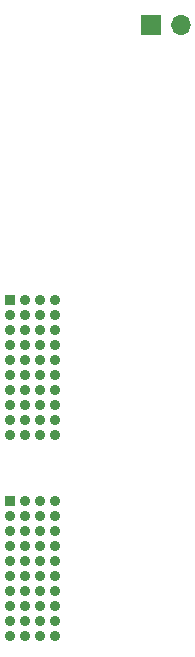
<source format=gbr>
%TF.GenerationSoftware,KiCad,Pcbnew,(6.0.0)*%
%TF.CreationDate,2022-09-09T09:06:15-04:00*%
%TF.ProjectId,eib-neuronexus-a64,6569622d-6e65-4757-926f-6e657875732d,A*%
%TF.SameCoordinates,Original*%
%TF.FileFunction,Soldermask,Bot*%
%TF.FilePolarity,Negative*%
%FSLAX46Y46*%
G04 Gerber Fmt 4.6, Leading zero omitted, Abs format (unit mm)*
G04 Created by KiCad (PCBNEW (6.0.0)) date 2022-09-09 09:06:15*
%MOMM*%
%LPD*%
G01*
G04 APERTURE LIST*
%ADD10R,1.700000X1.700000*%
%ADD11O,1.700000X1.700000*%
%ADD12R,0.910000X0.910000*%
%ADD13C,0.910000*%
G04 APERTURE END LIST*
D10*
%TO.C,J4*%
X147000000Y-75000000D03*
D11*
X149540000Y-75000000D03*
%TD*%
D12*
%TO.C,J2*%
X135095000Y-98285000D03*
D13*
X135095000Y-99555000D03*
X135095000Y-100825000D03*
X135095000Y-102095000D03*
X135095000Y-103365000D03*
X135095000Y-104635000D03*
X135095000Y-105905000D03*
X135095000Y-107175000D03*
X135095000Y-108445000D03*
X135095000Y-109715000D03*
X136365000Y-98285000D03*
X136365000Y-99555000D03*
X136365000Y-100825000D03*
X136365000Y-102095000D03*
X136365000Y-103365000D03*
X136365000Y-104635000D03*
X136365000Y-105905000D03*
X136365000Y-107175000D03*
X136365000Y-108445000D03*
X136365000Y-109715000D03*
X137635000Y-98285000D03*
X137635000Y-99555000D03*
X137635000Y-100825000D03*
X137635000Y-102095000D03*
X137635000Y-103365000D03*
X137635000Y-104635000D03*
X137635000Y-105905000D03*
X137635000Y-107175000D03*
X137635000Y-108445000D03*
X137635000Y-109715000D03*
X138905000Y-98285000D03*
X138905000Y-99555000D03*
X138905000Y-100825000D03*
X138905000Y-102095000D03*
X138905000Y-103365000D03*
X138905000Y-104635000D03*
X138905000Y-105905000D03*
X138905000Y-107175000D03*
X138905000Y-108445000D03*
X138905000Y-109715000D03*
%TD*%
D12*
%TO.C,J1*%
X135095000Y-115285000D03*
D13*
X135095000Y-116555000D03*
X135095000Y-117825000D03*
X135095000Y-119095000D03*
X135095000Y-120365000D03*
X135095000Y-121635000D03*
X135095000Y-122905000D03*
X135095000Y-124175000D03*
X135095000Y-125445000D03*
X135095000Y-126715000D03*
X136365000Y-115285000D03*
X136365000Y-116555000D03*
X136365000Y-117825000D03*
X136365000Y-119095000D03*
X136365000Y-120365000D03*
X136365000Y-121635000D03*
X136365000Y-122905000D03*
X136365000Y-124175000D03*
X136365000Y-125445000D03*
X136365000Y-126715000D03*
X137635000Y-115285000D03*
X137635000Y-116555000D03*
X137635000Y-117825000D03*
X137635000Y-119095000D03*
X137635000Y-120365000D03*
X137635000Y-121635000D03*
X137635000Y-122905000D03*
X137635000Y-124175000D03*
X137635000Y-125445000D03*
X137635000Y-126715000D03*
X138905000Y-115285000D03*
X138905000Y-116555000D03*
X138905000Y-117825000D03*
X138905000Y-119095000D03*
X138905000Y-120365000D03*
X138905000Y-121635000D03*
X138905000Y-122905000D03*
X138905000Y-124175000D03*
X138905000Y-125445000D03*
X138905000Y-126715000D03*
%TD*%
M02*

</source>
